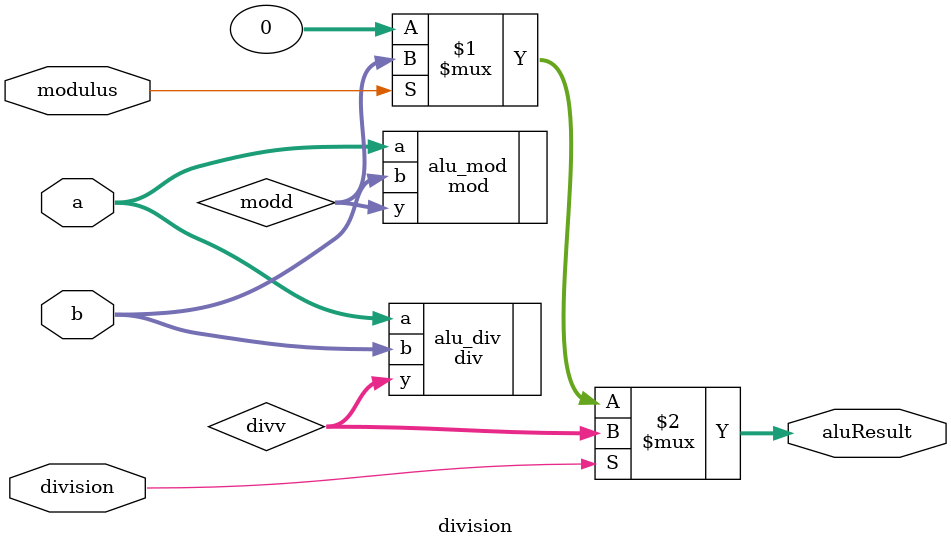
<source format=v>
module division(
    input [31:0] a,
    input [31:0] b,
    input modulus,
    input division,
    output [31:0] aluResult
);

    wire [31:0] modd, divv;

    div alu_div(
        .a(a),
        .b(b),
        .y(divv)
    );

    mod alu_mod(
        .a(a),
        .b(b),
        .y(modd)
    );
    
    assign aluResult = (division) ? divv :(modulus)  ? modd :32'b0;

endmodule

</source>
